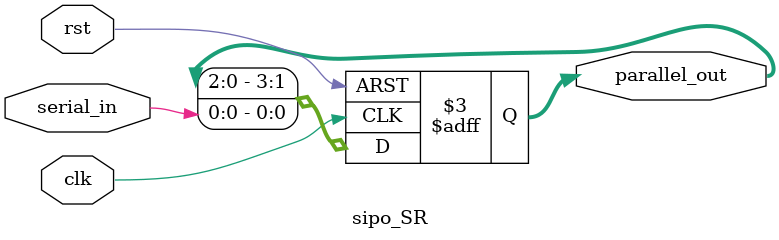
<source format=v>
module sipo_SR(input serial_in,clk,rst,output reg [3:0] parallel_out);


always @(posedge clk,negedge rst) begin
    if (!rst)
        parallel_out <= 4'b0;
    else
        parallel_out <= {parallel_out[2:0], serial_in};
end

endmodule
</source>
